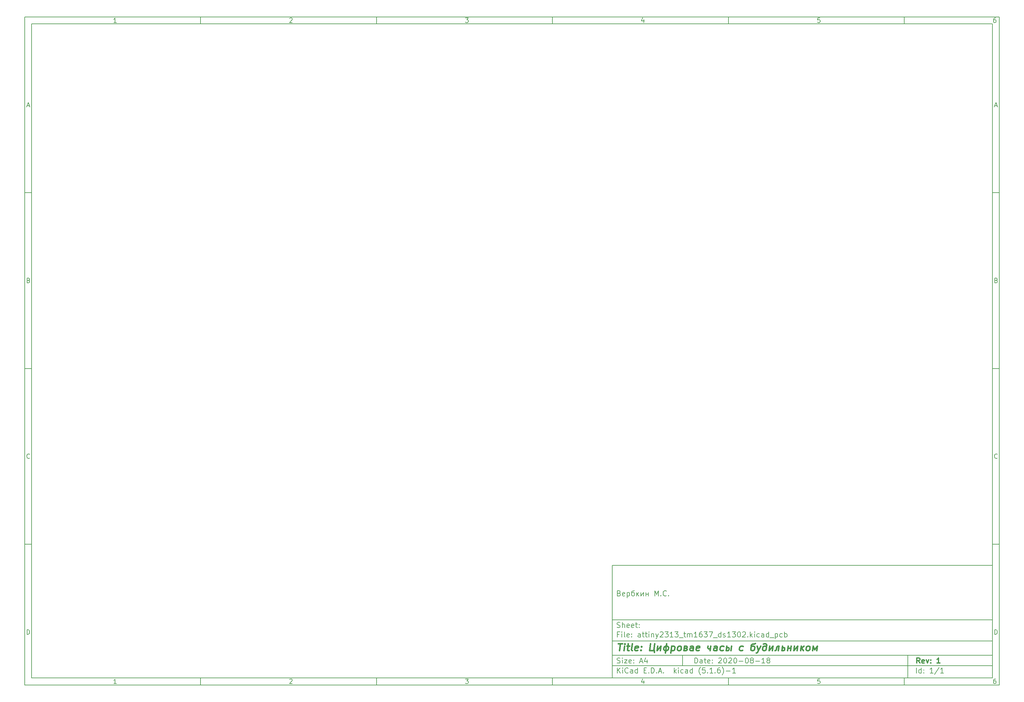
<source format=gbo>
%TF.GenerationSoftware,KiCad,Pcbnew,(5.1.6)-1*%
%TF.CreationDate,2020-10-12T23:34:44+05:00*%
%TF.ProjectId,attiny2313_tm1637_ds1302,61747469-6e79-4323-9331-335f746d3136,1*%
%TF.SameCoordinates,Original*%
%TF.FileFunction,Legend,Bot*%
%TF.FilePolarity,Positive*%
%FSLAX46Y46*%
G04 Gerber Fmt 4.6, Leading zero omitted, Abs format (unit mm)*
G04 Created by KiCad (PCBNEW (5.1.6)-1) date 2020-10-12 23:34:44*
%MOMM*%
%LPD*%
G01*
G04 APERTURE LIST*
%ADD10C,0.100000*%
%ADD11C,0.150000*%
%ADD12C,0.300000*%
%ADD13C,0.400000*%
G04 APERTURE END LIST*
D10*
D11*
X177002200Y-166007200D02*
X177002200Y-198007200D01*
X285002200Y-198007200D01*
X285002200Y-166007200D01*
X177002200Y-166007200D01*
D10*
D11*
X10000000Y-10000000D02*
X10000000Y-200007200D01*
X287002200Y-200007200D01*
X287002200Y-10000000D01*
X10000000Y-10000000D01*
D10*
D11*
X12000000Y-12000000D02*
X12000000Y-198007200D01*
X285002200Y-198007200D01*
X285002200Y-12000000D01*
X12000000Y-12000000D01*
D10*
D11*
X60000000Y-12000000D02*
X60000000Y-10000000D01*
D10*
D11*
X110000000Y-12000000D02*
X110000000Y-10000000D01*
D10*
D11*
X160000000Y-12000000D02*
X160000000Y-10000000D01*
D10*
D11*
X210000000Y-12000000D02*
X210000000Y-10000000D01*
D10*
D11*
X260000000Y-12000000D02*
X260000000Y-10000000D01*
D10*
D11*
X36065476Y-11588095D02*
X35322619Y-11588095D01*
X35694047Y-11588095D02*
X35694047Y-10288095D01*
X35570238Y-10473809D01*
X35446428Y-10597619D01*
X35322619Y-10659523D01*
D10*
D11*
X85322619Y-10411904D02*
X85384523Y-10350000D01*
X85508333Y-10288095D01*
X85817857Y-10288095D01*
X85941666Y-10350000D01*
X86003571Y-10411904D01*
X86065476Y-10535714D01*
X86065476Y-10659523D01*
X86003571Y-10845238D01*
X85260714Y-11588095D01*
X86065476Y-11588095D01*
D10*
D11*
X135260714Y-10288095D02*
X136065476Y-10288095D01*
X135632142Y-10783333D01*
X135817857Y-10783333D01*
X135941666Y-10845238D01*
X136003571Y-10907142D01*
X136065476Y-11030952D01*
X136065476Y-11340476D01*
X136003571Y-11464285D01*
X135941666Y-11526190D01*
X135817857Y-11588095D01*
X135446428Y-11588095D01*
X135322619Y-11526190D01*
X135260714Y-11464285D01*
D10*
D11*
X185941666Y-10721428D02*
X185941666Y-11588095D01*
X185632142Y-10226190D02*
X185322619Y-11154761D01*
X186127380Y-11154761D01*
D10*
D11*
X236003571Y-10288095D02*
X235384523Y-10288095D01*
X235322619Y-10907142D01*
X235384523Y-10845238D01*
X235508333Y-10783333D01*
X235817857Y-10783333D01*
X235941666Y-10845238D01*
X236003571Y-10907142D01*
X236065476Y-11030952D01*
X236065476Y-11340476D01*
X236003571Y-11464285D01*
X235941666Y-11526190D01*
X235817857Y-11588095D01*
X235508333Y-11588095D01*
X235384523Y-11526190D01*
X235322619Y-11464285D01*
D10*
D11*
X285941666Y-10288095D02*
X285694047Y-10288095D01*
X285570238Y-10350000D01*
X285508333Y-10411904D01*
X285384523Y-10597619D01*
X285322619Y-10845238D01*
X285322619Y-11340476D01*
X285384523Y-11464285D01*
X285446428Y-11526190D01*
X285570238Y-11588095D01*
X285817857Y-11588095D01*
X285941666Y-11526190D01*
X286003571Y-11464285D01*
X286065476Y-11340476D01*
X286065476Y-11030952D01*
X286003571Y-10907142D01*
X285941666Y-10845238D01*
X285817857Y-10783333D01*
X285570238Y-10783333D01*
X285446428Y-10845238D01*
X285384523Y-10907142D01*
X285322619Y-11030952D01*
D10*
D11*
X60000000Y-198007200D02*
X60000000Y-200007200D01*
D10*
D11*
X110000000Y-198007200D02*
X110000000Y-200007200D01*
D10*
D11*
X160000000Y-198007200D02*
X160000000Y-200007200D01*
D10*
D11*
X210000000Y-198007200D02*
X210000000Y-200007200D01*
D10*
D11*
X260000000Y-198007200D02*
X260000000Y-200007200D01*
D10*
D11*
X36065476Y-199595295D02*
X35322619Y-199595295D01*
X35694047Y-199595295D02*
X35694047Y-198295295D01*
X35570238Y-198481009D01*
X35446428Y-198604819D01*
X35322619Y-198666723D01*
D10*
D11*
X85322619Y-198419104D02*
X85384523Y-198357200D01*
X85508333Y-198295295D01*
X85817857Y-198295295D01*
X85941666Y-198357200D01*
X86003571Y-198419104D01*
X86065476Y-198542914D01*
X86065476Y-198666723D01*
X86003571Y-198852438D01*
X85260714Y-199595295D01*
X86065476Y-199595295D01*
D10*
D11*
X135260714Y-198295295D02*
X136065476Y-198295295D01*
X135632142Y-198790533D01*
X135817857Y-198790533D01*
X135941666Y-198852438D01*
X136003571Y-198914342D01*
X136065476Y-199038152D01*
X136065476Y-199347676D01*
X136003571Y-199471485D01*
X135941666Y-199533390D01*
X135817857Y-199595295D01*
X135446428Y-199595295D01*
X135322619Y-199533390D01*
X135260714Y-199471485D01*
D10*
D11*
X185941666Y-198728628D02*
X185941666Y-199595295D01*
X185632142Y-198233390D02*
X185322619Y-199161961D01*
X186127380Y-199161961D01*
D10*
D11*
X236003571Y-198295295D02*
X235384523Y-198295295D01*
X235322619Y-198914342D01*
X235384523Y-198852438D01*
X235508333Y-198790533D01*
X235817857Y-198790533D01*
X235941666Y-198852438D01*
X236003571Y-198914342D01*
X236065476Y-199038152D01*
X236065476Y-199347676D01*
X236003571Y-199471485D01*
X235941666Y-199533390D01*
X235817857Y-199595295D01*
X235508333Y-199595295D01*
X235384523Y-199533390D01*
X235322619Y-199471485D01*
D10*
D11*
X285941666Y-198295295D02*
X285694047Y-198295295D01*
X285570238Y-198357200D01*
X285508333Y-198419104D01*
X285384523Y-198604819D01*
X285322619Y-198852438D01*
X285322619Y-199347676D01*
X285384523Y-199471485D01*
X285446428Y-199533390D01*
X285570238Y-199595295D01*
X285817857Y-199595295D01*
X285941666Y-199533390D01*
X286003571Y-199471485D01*
X286065476Y-199347676D01*
X286065476Y-199038152D01*
X286003571Y-198914342D01*
X285941666Y-198852438D01*
X285817857Y-198790533D01*
X285570238Y-198790533D01*
X285446428Y-198852438D01*
X285384523Y-198914342D01*
X285322619Y-199038152D01*
D10*
D11*
X10000000Y-60000000D02*
X12000000Y-60000000D01*
D10*
D11*
X10000000Y-110000000D02*
X12000000Y-110000000D01*
D10*
D11*
X10000000Y-160000000D02*
X12000000Y-160000000D01*
D10*
D11*
X10690476Y-35216666D02*
X11309523Y-35216666D01*
X10566666Y-35588095D02*
X11000000Y-34288095D01*
X11433333Y-35588095D01*
D10*
D11*
X11092857Y-84907142D02*
X11278571Y-84969047D01*
X11340476Y-85030952D01*
X11402380Y-85154761D01*
X11402380Y-85340476D01*
X11340476Y-85464285D01*
X11278571Y-85526190D01*
X11154761Y-85588095D01*
X10659523Y-85588095D01*
X10659523Y-84288095D01*
X11092857Y-84288095D01*
X11216666Y-84350000D01*
X11278571Y-84411904D01*
X11340476Y-84535714D01*
X11340476Y-84659523D01*
X11278571Y-84783333D01*
X11216666Y-84845238D01*
X11092857Y-84907142D01*
X10659523Y-84907142D01*
D10*
D11*
X11402380Y-135464285D02*
X11340476Y-135526190D01*
X11154761Y-135588095D01*
X11030952Y-135588095D01*
X10845238Y-135526190D01*
X10721428Y-135402380D01*
X10659523Y-135278571D01*
X10597619Y-135030952D01*
X10597619Y-134845238D01*
X10659523Y-134597619D01*
X10721428Y-134473809D01*
X10845238Y-134350000D01*
X11030952Y-134288095D01*
X11154761Y-134288095D01*
X11340476Y-134350000D01*
X11402380Y-134411904D01*
D10*
D11*
X10659523Y-185588095D02*
X10659523Y-184288095D01*
X10969047Y-184288095D01*
X11154761Y-184350000D01*
X11278571Y-184473809D01*
X11340476Y-184597619D01*
X11402380Y-184845238D01*
X11402380Y-185030952D01*
X11340476Y-185278571D01*
X11278571Y-185402380D01*
X11154761Y-185526190D01*
X10969047Y-185588095D01*
X10659523Y-185588095D01*
D10*
D11*
X287002200Y-60000000D02*
X285002200Y-60000000D01*
D10*
D11*
X287002200Y-110000000D02*
X285002200Y-110000000D01*
D10*
D11*
X287002200Y-160000000D02*
X285002200Y-160000000D01*
D10*
D11*
X285692676Y-35216666D02*
X286311723Y-35216666D01*
X285568866Y-35588095D02*
X286002200Y-34288095D01*
X286435533Y-35588095D01*
D10*
D11*
X286095057Y-84907142D02*
X286280771Y-84969047D01*
X286342676Y-85030952D01*
X286404580Y-85154761D01*
X286404580Y-85340476D01*
X286342676Y-85464285D01*
X286280771Y-85526190D01*
X286156961Y-85588095D01*
X285661723Y-85588095D01*
X285661723Y-84288095D01*
X286095057Y-84288095D01*
X286218866Y-84350000D01*
X286280771Y-84411904D01*
X286342676Y-84535714D01*
X286342676Y-84659523D01*
X286280771Y-84783333D01*
X286218866Y-84845238D01*
X286095057Y-84907142D01*
X285661723Y-84907142D01*
D10*
D11*
X286404580Y-135464285D02*
X286342676Y-135526190D01*
X286156961Y-135588095D01*
X286033152Y-135588095D01*
X285847438Y-135526190D01*
X285723628Y-135402380D01*
X285661723Y-135278571D01*
X285599819Y-135030952D01*
X285599819Y-134845238D01*
X285661723Y-134597619D01*
X285723628Y-134473809D01*
X285847438Y-134350000D01*
X286033152Y-134288095D01*
X286156961Y-134288095D01*
X286342676Y-134350000D01*
X286404580Y-134411904D01*
D10*
D11*
X285661723Y-185588095D02*
X285661723Y-184288095D01*
X285971247Y-184288095D01*
X286156961Y-184350000D01*
X286280771Y-184473809D01*
X286342676Y-184597619D01*
X286404580Y-184845238D01*
X286404580Y-185030952D01*
X286342676Y-185278571D01*
X286280771Y-185402380D01*
X286156961Y-185526190D01*
X285971247Y-185588095D01*
X285661723Y-185588095D01*
D10*
D11*
X200434342Y-193785771D02*
X200434342Y-192285771D01*
X200791485Y-192285771D01*
X201005771Y-192357200D01*
X201148628Y-192500057D01*
X201220057Y-192642914D01*
X201291485Y-192928628D01*
X201291485Y-193142914D01*
X201220057Y-193428628D01*
X201148628Y-193571485D01*
X201005771Y-193714342D01*
X200791485Y-193785771D01*
X200434342Y-193785771D01*
X202577200Y-193785771D02*
X202577200Y-193000057D01*
X202505771Y-192857200D01*
X202362914Y-192785771D01*
X202077200Y-192785771D01*
X201934342Y-192857200D01*
X202577200Y-193714342D02*
X202434342Y-193785771D01*
X202077200Y-193785771D01*
X201934342Y-193714342D01*
X201862914Y-193571485D01*
X201862914Y-193428628D01*
X201934342Y-193285771D01*
X202077200Y-193214342D01*
X202434342Y-193214342D01*
X202577200Y-193142914D01*
X203077200Y-192785771D02*
X203648628Y-192785771D01*
X203291485Y-192285771D02*
X203291485Y-193571485D01*
X203362914Y-193714342D01*
X203505771Y-193785771D01*
X203648628Y-193785771D01*
X204720057Y-193714342D02*
X204577200Y-193785771D01*
X204291485Y-193785771D01*
X204148628Y-193714342D01*
X204077200Y-193571485D01*
X204077200Y-193000057D01*
X204148628Y-192857200D01*
X204291485Y-192785771D01*
X204577200Y-192785771D01*
X204720057Y-192857200D01*
X204791485Y-193000057D01*
X204791485Y-193142914D01*
X204077200Y-193285771D01*
X205434342Y-193642914D02*
X205505771Y-193714342D01*
X205434342Y-193785771D01*
X205362914Y-193714342D01*
X205434342Y-193642914D01*
X205434342Y-193785771D01*
X205434342Y-192857200D02*
X205505771Y-192928628D01*
X205434342Y-193000057D01*
X205362914Y-192928628D01*
X205434342Y-192857200D01*
X205434342Y-193000057D01*
X207220057Y-192428628D02*
X207291485Y-192357200D01*
X207434342Y-192285771D01*
X207791485Y-192285771D01*
X207934342Y-192357200D01*
X208005771Y-192428628D01*
X208077200Y-192571485D01*
X208077200Y-192714342D01*
X208005771Y-192928628D01*
X207148628Y-193785771D01*
X208077200Y-193785771D01*
X209005771Y-192285771D02*
X209148628Y-192285771D01*
X209291485Y-192357200D01*
X209362914Y-192428628D01*
X209434342Y-192571485D01*
X209505771Y-192857200D01*
X209505771Y-193214342D01*
X209434342Y-193500057D01*
X209362914Y-193642914D01*
X209291485Y-193714342D01*
X209148628Y-193785771D01*
X209005771Y-193785771D01*
X208862914Y-193714342D01*
X208791485Y-193642914D01*
X208720057Y-193500057D01*
X208648628Y-193214342D01*
X208648628Y-192857200D01*
X208720057Y-192571485D01*
X208791485Y-192428628D01*
X208862914Y-192357200D01*
X209005771Y-192285771D01*
X210077200Y-192428628D02*
X210148628Y-192357200D01*
X210291485Y-192285771D01*
X210648628Y-192285771D01*
X210791485Y-192357200D01*
X210862914Y-192428628D01*
X210934342Y-192571485D01*
X210934342Y-192714342D01*
X210862914Y-192928628D01*
X210005771Y-193785771D01*
X210934342Y-193785771D01*
X211862914Y-192285771D02*
X212005771Y-192285771D01*
X212148628Y-192357200D01*
X212220057Y-192428628D01*
X212291485Y-192571485D01*
X212362914Y-192857200D01*
X212362914Y-193214342D01*
X212291485Y-193500057D01*
X212220057Y-193642914D01*
X212148628Y-193714342D01*
X212005771Y-193785771D01*
X211862914Y-193785771D01*
X211720057Y-193714342D01*
X211648628Y-193642914D01*
X211577200Y-193500057D01*
X211505771Y-193214342D01*
X211505771Y-192857200D01*
X211577200Y-192571485D01*
X211648628Y-192428628D01*
X211720057Y-192357200D01*
X211862914Y-192285771D01*
X213005771Y-193214342D02*
X214148628Y-193214342D01*
X215148628Y-192285771D02*
X215291485Y-192285771D01*
X215434342Y-192357200D01*
X215505771Y-192428628D01*
X215577200Y-192571485D01*
X215648628Y-192857200D01*
X215648628Y-193214342D01*
X215577200Y-193500057D01*
X215505771Y-193642914D01*
X215434342Y-193714342D01*
X215291485Y-193785771D01*
X215148628Y-193785771D01*
X215005771Y-193714342D01*
X214934342Y-193642914D01*
X214862914Y-193500057D01*
X214791485Y-193214342D01*
X214791485Y-192857200D01*
X214862914Y-192571485D01*
X214934342Y-192428628D01*
X215005771Y-192357200D01*
X215148628Y-192285771D01*
X216505771Y-192928628D02*
X216362914Y-192857200D01*
X216291485Y-192785771D01*
X216220057Y-192642914D01*
X216220057Y-192571485D01*
X216291485Y-192428628D01*
X216362914Y-192357200D01*
X216505771Y-192285771D01*
X216791485Y-192285771D01*
X216934342Y-192357200D01*
X217005771Y-192428628D01*
X217077200Y-192571485D01*
X217077200Y-192642914D01*
X217005771Y-192785771D01*
X216934342Y-192857200D01*
X216791485Y-192928628D01*
X216505771Y-192928628D01*
X216362914Y-193000057D01*
X216291485Y-193071485D01*
X216220057Y-193214342D01*
X216220057Y-193500057D01*
X216291485Y-193642914D01*
X216362914Y-193714342D01*
X216505771Y-193785771D01*
X216791485Y-193785771D01*
X216934342Y-193714342D01*
X217005771Y-193642914D01*
X217077200Y-193500057D01*
X217077200Y-193214342D01*
X217005771Y-193071485D01*
X216934342Y-193000057D01*
X216791485Y-192928628D01*
X217720057Y-193214342D02*
X218862914Y-193214342D01*
X220362914Y-193785771D02*
X219505771Y-193785771D01*
X219934342Y-193785771D02*
X219934342Y-192285771D01*
X219791485Y-192500057D01*
X219648628Y-192642914D01*
X219505771Y-192714342D01*
X221220057Y-192928628D02*
X221077200Y-192857200D01*
X221005771Y-192785771D01*
X220934342Y-192642914D01*
X220934342Y-192571485D01*
X221005771Y-192428628D01*
X221077200Y-192357200D01*
X221220057Y-192285771D01*
X221505771Y-192285771D01*
X221648628Y-192357200D01*
X221720057Y-192428628D01*
X221791485Y-192571485D01*
X221791485Y-192642914D01*
X221720057Y-192785771D01*
X221648628Y-192857200D01*
X221505771Y-192928628D01*
X221220057Y-192928628D01*
X221077200Y-193000057D01*
X221005771Y-193071485D01*
X220934342Y-193214342D01*
X220934342Y-193500057D01*
X221005771Y-193642914D01*
X221077200Y-193714342D01*
X221220057Y-193785771D01*
X221505771Y-193785771D01*
X221648628Y-193714342D01*
X221720057Y-193642914D01*
X221791485Y-193500057D01*
X221791485Y-193214342D01*
X221720057Y-193071485D01*
X221648628Y-193000057D01*
X221505771Y-192928628D01*
D10*
D11*
X177002200Y-194507200D02*
X285002200Y-194507200D01*
D10*
D11*
X178434342Y-196585771D02*
X178434342Y-195085771D01*
X179291485Y-196585771D02*
X178648628Y-195728628D01*
X179291485Y-195085771D02*
X178434342Y-195942914D01*
X179934342Y-196585771D02*
X179934342Y-195585771D01*
X179934342Y-195085771D02*
X179862914Y-195157200D01*
X179934342Y-195228628D01*
X180005771Y-195157200D01*
X179934342Y-195085771D01*
X179934342Y-195228628D01*
X181505771Y-196442914D02*
X181434342Y-196514342D01*
X181220057Y-196585771D01*
X181077200Y-196585771D01*
X180862914Y-196514342D01*
X180720057Y-196371485D01*
X180648628Y-196228628D01*
X180577200Y-195942914D01*
X180577200Y-195728628D01*
X180648628Y-195442914D01*
X180720057Y-195300057D01*
X180862914Y-195157200D01*
X181077200Y-195085771D01*
X181220057Y-195085771D01*
X181434342Y-195157200D01*
X181505771Y-195228628D01*
X182791485Y-196585771D02*
X182791485Y-195800057D01*
X182720057Y-195657200D01*
X182577200Y-195585771D01*
X182291485Y-195585771D01*
X182148628Y-195657200D01*
X182791485Y-196514342D02*
X182648628Y-196585771D01*
X182291485Y-196585771D01*
X182148628Y-196514342D01*
X182077200Y-196371485D01*
X182077200Y-196228628D01*
X182148628Y-196085771D01*
X182291485Y-196014342D01*
X182648628Y-196014342D01*
X182791485Y-195942914D01*
X184148628Y-196585771D02*
X184148628Y-195085771D01*
X184148628Y-196514342D02*
X184005771Y-196585771D01*
X183720057Y-196585771D01*
X183577200Y-196514342D01*
X183505771Y-196442914D01*
X183434342Y-196300057D01*
X183434342Y-195871485D01*
X183505771Y-195728628D01*
X183577200Y-195657200D01*
X183720057Y-195585771D01*
X184005771Y-195585771D01*
X184148628Y-195657200D01*
X186005771Y-195800057D02*
X186505771Y-195800057D01*
X186720057Y-196585771D02*
X186005771Y-196585771D01*
X186005771Y-195085771D01*
X186720057Y-195085771D01*
X187362914Y-196442914D02*
X187434342Y-196514342D01*
X187362914Y-196585771D01*
X187291485Y-196514342D01*
X187362914Y-196442914D01*
X187362914Y-196585771D01*
X188077200Y-196585771D02*
X188077200Y-195085771D01*
X188434342Y-195085771D01*
X188648628Y-195157200D01*
X188791485Y-195300057D01*
X188862914Y-195442914D01*
X188934342Y-195728628D01*
X188934342Y-195942914D01*
X188862914Y-196228628D01*
X188791485Y-196371485D01*
X188648628Y-196514342D01*
X188434342Y-196585771D01*
X188077200Y-196585771D01*
X189577200Y-196442914D02*
X189648628Y-196514342D01*
X189577200Y-196585771D01*
X189505771Y-196514342D01*
X189577200Y-196442914D01*
X189577200Y-196585771D01*
X190220057Y-196157200D02*
X190934342Y-196157200D01*
X190077200Y-196585771D02*
X190577200Y-195085771D01*
X191077200Y-196585771D01*
X191577200Y-196442914D02*
X191648628Y-196514342D01*
X191577200Y-196585771D01*
X191505771Y-196514342D01*
X191577200Y-196442914D01*
X191577200Y-196585771D01*
X194577200Y-196585771D02*
X194577200Y-195085771D01*
X194720057Y-196014342D02*
X195148628Y-196585771D01*
X195148628Y-195585771D02*
X194577200Y-196157200D01*
X195791485Y-196585771D02*
X195791485Y-195585771D01*
X195791485Y-195085771D02*
X195720057Y-195157200D01*
X195791485Y-195228628D01*
X195862914Y-195157200D01*
X195791485Y-195085771D01*
X195791485Y-195228628D01*
X197148628Y-196514342D02*
X197005771Y-196585771D01*
X196720057Y-196585771D01*
X196577200Y-196514342D01*
X196505771Y-196442914D01*
X196434342Y-196300057D01*
X196434342Y-195871485D01*
X196505771Y-195728628D01*
X196577200Y-195657200D01*
X196720057Y-195585771D01*
X197005771Y-195585771D01*
X197148628Y-195657200D01*
X198434342Y-196585771D02*
X198434342Y-195800057D01*
X198362914Y-195657200D01*
X198220057Y-195585771D01*
X197934342Y-195585771D01*
X197791485Y-195657200D01*
X198434342Y-196514342D02*
X198291485Y-196585771D01*
X197934342Y-196585771D01*
X197791485Y-196514342D01*
X197720057Y-196371485D01*
X197720057Y-196228628D01*
X197791485Y-196085771D01*
X197934342Y-196014342D01*
X198291485Y-196014342D01*
X198434342Y-195942914D01*
X199791485Y-196585771D02*
X199791485Y-195085771D01*
X199791485Y-196514342D02*
X199648628Y-196585771D01*
X199362914Y-196585771D01*
X199220057Y-196514342D01*
X199148628Y-196442914D01*
X199077200Y-196300057D01*
X199077200Y-195871485D01*
X199148628Y-195728628D01*
X199220057Y-195657200D01*
X199362914Y-195585771D01*
X199648628Y-195585771D01*
X199791485Y-195657200D01*
X202077200Y-197157200D02*
X202005771Y-197085771D01*
X201862914Y-196871485D01*
X201791485Y-196728628D01*
X201720057Y-196514342D01*
X201648628Y-196157200D01*
X201648628Y-195871485D01*
X201720057Y-195514342D01*
X201791485Y-195300057D01*
X201862914Y-195157200D01*
X202005771Y-194942914D01*
X202077200Y-194871485D01*
X203362914Y-195085771D02*
X202648628Y-195085771D01*
X202577200Y-195800057D01*
X202648628Y-195728628D01*
X202791485Y-195657200D01*
X203148628Y-195657200D01*
X203291485Y-195728628D01*
X203362914Y-195800057D01*
X203434342Y-195942914D01*
X203434342Y-196300057D01*
X203362914Y-196442914D01*
X203291485Y-196514342D01*
X203148628Y-196585771D01*
X202791485Y-196585771D01*
X202648628Y-196514342D01*
X202577200Y-196442914D01*
X204077200Y-196442914D02*
X204148628Y-196514342D01*
X204077200Y-196585771D01*
X204005771Y-196514342D01*
X204077200Y-196442914D01*
X204077200Y-196585771D01*
X205577200Y-196585771D02*
X204720057Y-196585771D01*
X205148628Y-196585771D02*
X205148628Y-195085771D01*
X205005771Y-195300057D01*
X204862914Y-195442914D01*
X204720057Y-195514342D01*
X206220057Y-196442914D02*
X206291485Y-196514342D01*
X206220057Y-196585771D01*
X206148628Y-196514342D01*
X206220057Y-196442914D01*
X206220057Y-196585771D01*
X207577200Y-195085771D02*
X207291485Y-195085771D01*
X207148628Y-195157200D01*
X207077200Y-195228628D01*
X206934342Y-195442914D01*
X206862914Y-195728628D01*
X206862914Y-196300057D01*
X206934342Y-196442914D01*
X207005771Y-196514342D01*
X207148628Y-196585771D01*
X207434342Y-196585771D01*
X207577200Y-196514342D01*
X207648628Y-196442914D01*
X207720057Y-196300057D01*
X207720057Y-195942914D01*
X207648628Y-195800057D01*
X207577200Y-195728628D01*
X207434342Y-195657200D01*
X207148628Y-195657200D01*
X207005771Y-195728628D01*
X206934342Y-195800057D01*
X206862914Y-195942914D01*
X208220057Y-197157200D02*
X208291485Y-197085771D01*
X208434342Y-196871485D01*
X208505771Y-196728628D01*
X208577200Y-196514342D01*
X208648628Y-196157200D01*
X208648628Y-195871485D01*
X208577200Y-195514342D01*
X208505771Y-195300057D01*
X208434342Y-195157200D01*
X208291485Y-194942914D01*
X208220057Y-194871485D01*
X209362914Y-196014342D02*
X210505771Y-196014342D01*
X212005771Y-196585771D02*
X211148628Y-196585771D01*
X211577200Y-196585771D02*
X211577200Y-195085771D01*
X211434342Y-195300057D01*
X211291485Y-195442914D01*
X211148628Y-195514342D01*
D10*
D11*
X177002200Y-191507200D02*
X285002200Y-191507200D01*
D10*
D12*
X264411485Y-193785771D02*
X263911485Y-193071485D01*
X263554342Y-193785771D02*
X263554342Y-192285771D01*
X264125771Y-192285771D01*
X264268628Y-192357200D01*
X264340057Y-192428628D01*
X264411485Y-192571485D01*
X264411485Y-192785771D01*
X264340057Y-192928628D01*
X264268628Y-193000057D01*
X264125771Y-193071485D01*
X263554342Y-193071485D01*
X265625771Y-193714342D02*
X265482914Y-193785771D01*
X265197200Y-193785771D01*
X265054342Y-193714342D01*
X264982914Y-193571485D01*
X264982914Y-193000057D01*
X265054342Y-192857200D01*
X265197200Y-192785771D01*
X265482914Y-192785771D01*
X265625771Y-192857200D01*
X265697200Y-193000057D01*
X265697200Y-193142914D01*
X264982914Y-193285771D01*
X266197200Y-192785771D02*
X266554342Y-193785771D01*
X266911485Y-192785771D01*
X267482914Y-193642914D02*
X267554342Y-193714342D01*
X267482914Y-193785771D01*
X267411485Y-193714342D01*
X267482914Y-193642914D01*
X267482914Y-193785771D01*
X267482914Y-192857200D02*
X267554342Y-192928628D01*
X267482914Y-193000057D01*
X267411485Y-192928628D01*
X267482914Y-192857200D01*
X267482914Y-193000057D01*
X270125771Y-193785771D02*
X269268628Y-193785771D01*
X269697200Y-193785771D02*
X269697200Y-192285771D01*
X269554342Y-192500057D01*
X269411485Y-192642914D01*
X269268628Y-192714342D01*
D10*
D11*
X178362914Y-193714342D02*
X178577200Y-193785771D01*
X178934342Y-193785771D01*
X179077200Y-193714342D01*
X179148628Y-193642914D01*
X179220057Y-193500057D01*
X179220057Y-193357200D01*
X179148628Y-193214342D01*
X179077200Y-193142914D01*
X178934342Y-193071485D01*
X178648628Y-193000057D01*
X178505771Y-192928628D01*
X178434342Y-192857200D01*
X178362914Y-192714342D01*
X178362914Y-192571485D01*
X178434342Y-192428628D01*
X178505771Y-192357200D01*
X178648628Y-192285771D01*
X179005771Y-192285771D01*
X179220057Y-192357200D01*
X179862914Y-193785771D02*
X179862914Y-192785771D01*
X179862914Y-192285771D02*
X179791485Y-192357200D01*
X179862914Y-192428628D01*
X179934342Y-192357200D01*
X179862914Y-192285771D01*
X179862914Y-192428628D01*
X180434342Y-192785771D02*
X181220057Y-192785771D01*
X180434342Y-193785771D01*
X181220057Y-193785771D01*
X182362914Y-193714342D02*
X182220057Y-193785771D01*
X181934342Y-193785771D01*
X181791485Y-193714342D01*
X181720057Y-193571485D01*
X181720057Y-193000057D01*
X181791485Y-192857200D01*
X181934342Y-192785771D01*
X182220057Y-192785771D01*
X182362914Y-192857200D01*
X182434342Y-193000057D01*
X182434342Y-193142914D01*
X181720057Y-193285771D01*
X183077200Y-193642914D02*
X183148628Y-193714342D01*
X183077200Y-193785771D01*
X183005771Y-193714342D01*
X183077200Y-193642914D01*
X183077200Y-193785771D01*
X183077200Y-192857200D02*
X183148628Y-192928628D01*
X183077200Y-193000057D01*
X183005771Y-192928628D01*
X183077200Y-192857200D01*
X183077200Y-193000057D01*
X184862914Y-193357200D02*
X185577200Y-193357200D01*
X184720057Y-193785771D02*
X185220057Y-192285771D01*
X185720057Y-193785771D01*
X186862914Y-192785771D02*
X186862914Y-193785771D01*
X186505771Y-192214342D02*
X186148628Y-193285771D01*
X187077200Y-193285771D01*
D10*
D11*
X263434342Y-196585771D02*
X263434342Y-195085771D01*
X264791485Y-196585771D02*
X264791485Y-195085771D01*
X264791485Y-196514342D02*
X264648628Y-196585771D01*
X264362914Y-196585771D01*
X264220057Y-196514342D01*
X264148628Y-196442914D01*
X264077200Y-196300057D01*
X264077200Y-195871485D01*
X264148628Y-195728628D01*
X264220057Y-195657200D01*
X264362914Y-195585771D01*
X264648628Y-195585771D01*
X264791485Y-195657200D01*
X265505771Y-196442914D02*
X265577200Y-196514342D01*
X265505771Y-196585771D01*
X265434342Y-196514342D01*
X265505771Y-196442914D01*
X265505771Y-196585771D01*
X265505771Y-195657200D02*
X265577200Y-195728628D01*
X265505771Y-195800057D01*
X265434342Y-195728628D01*
X265505771Y-195657200D01*
X265505771Y-195800057D01*
X268148628Y-196585771D02*
X267291485Y-196585771D01*
X267720057Y-196585771D02*
X267720057Y-195085771D01*
X267577200Y-195300057D01*
X267434342Y-195442914D01*
X267291485Y-195514342D01*
X269862914Y-195014342D02*
X268577200Y-196942914D01*
X271148628Y-196585771D02*
X270291485Y-196585771D01*
X270720057Y-196585771D02*
X270720057Y-195085771D01*
X270577200Y-195300057D01*
X270434342Y-195442914D01*
X270291485Y-195514342D01*
D10*
D11*
X177002200Y-187507200D02*
X285002200Y-187507200D01*
D10*
D13*
X178714580Y-188211961D02*
X179857438Y-188211961D01*
X179036009Y-190211961D02*
X179286009Y-188211961D01*
X180274104Y-190211961D02*
X180440771Y-188878628D01*
X180524104Y-188211961D02*
X180416961Y-188307200D01*
X180500295Y-188402438D01*
X180607438Y-188307200D01*
X180524104Y-188211961D01*
X180500295Y-188402438D01*
X181107438Y-188878628D02*
X181869342Y-188878628D01*
X181476485Y-188211961D02*
X181262200Y-189926247D01*
X181333628Y-190116723D01*
X181512200Y-190211961D01*
X181702676Y-190211961D01*
X182655057Y-190211961D02*
X182476485Y-190116723D01*
X182405057Y-189926247D01*
X182619342Y-188211961D01*
X184190771Y-190116723D02*
X183988390Y-190211961D01*
X183607438Y-190211961D01*
X183428866Y-190116723D01*
X183357438Y-189926247D01*
X183452676Y-189164342D01*
X183571723Y-188973866D01*
X183774104Y-188878628D01*
X184155057Y-188878628D01*
X184333628Y-188973866D01*
X184405057Y-189164342D01*
X184381247Y-189354819D01*
X183405057Y-189545295D01*
X185155057Y-190021485D02*
X185238390Y-190116723D01*
X185131247Y-190211961D01*
X185047914Y-190116723D01*
X185155057Y-190021485D01*
X185131247Y-190211961D01*
X185286009Y-188973866D02*
X185369342Y-189069104D01*
X185262200Y-189164342D01*
X185178866Y-189069104D01*
X185286009Y-188973866D01*
X185262200Y-189164342D01*
X189000295Y-188211961D02*
X188750295Y-190211961D01*
X187857438Y-188211961D02*
X187607438Y-190211961D01*
X188940771Y-190211961D01*
X188881247Y-190688152D01*
X189869342Y-188878628D02*
X189702676Y-190211961D01*
X190821723Y-188878628D01*
X190655057Y-190211961D01*
X192428866Y-188211961D02*
X192095533Y-190878628D01*
X192155057Y-188878628D02*
X192536009Y-188878628D01*
X192714580Y-188973866D01*
X192881247Y-189164342D01*
X192952676Y-189354819D01*
X192905057Y-189735771D01*
X192786009Y-189926247D01*
X192571723Y-190116723D01*
X192369342Y-190211961D01*
X191988390Y-190211961D01*
X191809819Y-190116723D01*
X191643152Y-189926247D01*
X191571723Y-189735771D01*
X191619342Y-189354819D01*
X191738390Y-189164342D01*
X191952676Y-188973866D01*
X192155057Y-188878628D01*
X193869342Y-188878628D02*
X193619342Y-190878628D01*
X193857438Y-188973866D02*
X194059819Y-188878628D01*
X194440771Y-188878628D01*
X194619342Y-188973866D01*
X194702676Y-189069104D01*
X194774104Y-189259580D01*
X194702676Y-189831009D01*
X194583628Y-190021485D01*
X194476485Y-190116723D01*
X194274104Y-190211961D01*
X193893152Y-190211961D01*
X193714580Y-190116723D01*
X195797914Y-190211961D02*
X195619342Y-190116723D01*
X195536009Y-190021485D01*
X195464580Y-189831009D01*
X195536009Y-189259580D01*
X195655057Y-189069104D01*
X195762200Y-188973866D01*
X195964580Y-188878628D01*
X196250295Y-188878628D01*
X196428866Y-188973866D01*
X196512200Y-189069104D01*
X196583628Y-189259580D01*
X196512200Y-189831009D01*
X196393152Y-190021485D01*
X196286009Y-190116723D01*
X196083628Y-190211961D01*
X195797914Y-190211961D01*
X197881247Y-189545295D02*
X198155057Y-189640533D01*
X198226485Y-189831009D01*
X198214580Y-189926247D01*
X198095533Y-190116723D01*
X197893152Y-190211961D01*
X197321723Y-190211961D01*
X197488390Y-188878628D01*
X197964580Y-188878628D01*
X198143152Y-188973866D01*
X198214580Y-189164342D01*
X198202676Y-189259580D01*
X198083628Y-189450057D01*
X197881247Y-189545295D01*
X197405057Y-189545295D01*
X199893152Y-190211961D02*
X200024104Y-189164342D01*
X199952676Y-188973866D01*
X199774104Y-188878628D01*
X199393152Y-188878628D01*
X199190771Y-188973866D01*
X199905057Y-190116723D02*
X199702676Y-190211961D01*
X199226485Y-190211961D01*
X199047914Y-190116723D01*
X198976485Y-189926247D01*
X199000295Y-189735771D01*
X199119342Y-189545295D01*
X199321723Y-189450057D01*
X199797914Y-189450057D01*
X200000295Y-189354819D01*
X201619342Y-190116723D02*
X201416961Y-190211961D01*
X201036009Y-190211961D01*
X200857438Y-190116723D01*
X200786009Y-189926247D01*
X200881247Y-189164342D01*
X201000295Y-188973866D01*
X201202676Y-188878628D01*
X201583628Y-188878628D01*
X201762200Y-188973866D01*
X201833628Y-189164342D01*
X201809819Y-189354819D01*
X200833628Y-189545295D01*
X204916961Y-188878628D02*
X204750295Y-190211961D01*
X204155057Y-188878628D02*
X204095533Y-189354819D01*
X204166961Y-189545295D01*
X204345533Y-189640533D01*
X204821723Y-189640533D01*
X206655057Y-190211961D02*
X206786009Y-189164342D01*
X206714580Y-188973866D01*
X206536009Y-188878628D01*
X206155057Y-188878628D01*
X205952676Y-188973866D01*
X206666961Y-190116723D02*
X206464580Y-190211961D01*
X205988390Y-190211961D01*
X205809819Y-190116723D01*
X205738390Y-189926247D01*
X205762200Y-189735771D01*
X205881247Y-189545295D01*
X206083628Y-189450057D01*
X206559819Y-189450057D01*
X206762200Y-189354819D01*
X208476485Y-190116723D02*
X208274104Y-190211961D01*
X207893152Y-190211961D01*
X207714580Y-190116723D01*
X207631247Y-190021485D01*
X207559819Y-189831009D01*
X207631247Y-189259580D01*
X207750295Y-189069104D01*
X207857438Y-188973866D01*
X208059819Y-188878628D01*
X208440771Y-188878628D01*
X208619342Y-188973866D01*
X210821723Y-188878628D02*
X210655057Y-190211961D01*
X209488390Y-188878628D02*
X209321723Y-190211961D01*
X209797914Y-190211961D01*
X210000295Y-190116723D01*
X210119342Y-189926247D01*
X210155057Y-189640533D01*
X210083628Y-189450057D01*
X209905057Y-189354819D01*
X209428866Y-189354819D01*
X214000295Y-190116723D02*
X213797914Y-190211961D01*
X213416961Y-190211961D01*
X213238390Y-190116723D01*
X213155057Y-190021485D01*
X213083628Y-189831009D01*
X213155057Y-189259580D01*
X213274104Y-189069104D01*
X213381247Y-188973866D01*
X213583628Y-188878628D01*
X213964580Y-188878628D01*
X214143152Y-188973866D01*
X217583628Y-188116723D02*
X217476485Y-188211961D01*
X217274104Y-188307200D01*
X216893152Y-188307200D01*
X216690771Y-188402438D01*
X216583628Y-188497676D01*
X216464580Y-188688152D01*
X216321723Y-189831009D01*
X216393152Y-190021485D01*
X216476485Y-190116723D01*
X216655057Y-190211961D01*
X216940771Y-190211961D01*
X217143152Y-190116723D01*
X217250295Y-190021485D01*
X217369342Y-189831009D01*
X217440771Y-189259580D01*
X217369342Y-189069104D01*
X217286009Y-188973866D01*
X217107438Y-188878628D01*
X216726485Y-188878628D01*
X216524104Y-188973866D01*
X216416961Y-189069104D01*
X218155057Y-188878628D02*
X218464580Y-190211961D01*
X219107438Y-188878628D02*
X218464580Y-190211961D01*
X218214580Y-190688152D01*
X218107438Y-190783390D01*
X217905057Y-190878628D01*
X220797914Y-189069104D02*
X220714580Y-188973866D01*
X220536009Y-188878628D01*
X220155057Y-188878628D01*
X219952676Y-188973866D01*
X219845533Y-189069104D01*
X219726485Y-189259580D01*
X219655057Y-189831009D01*
X219726485Y-190021485D01*
X219809819Y-190116723D01*
X219988390Y-190211961D01*
X220274104Y-190211961D01*
X220476485Y-190116723D01*
X220583628Y-190021485D01*
X220702676Y-189831009D01*
X220857438Y-188592914D01*
X220786009Y-188402438D01*
X220702676Y-188307200D01*
X220524104Y-188211961D01*
X220143152Y-188211961D01*
X219940771Y-188307200D01*
X221678866Y-188878628D02*
X221512200Y-190211961D01*
X222631247Y-188878628D01*
X222464580Y-190211961D01*
X224178866Y-190211961D02*
X224345533Y-188878628D01*
X224059819Y-188878628D01*
X223857438Y-188973866D01*
X223738390Y-189164342D01*
X223547914Y-189926247D01*
X223428866Y-190116723D01*
X223226485Y-190211961D01*
X225297914Y-188878628D02*
X225131247Y-190211961D01*
X225607438Y-190211961D01*
X225809819Y-190116723D01*
X225928866Y-189926247D01*
X225964580Y-189640533D01*
X225893152Y-189450057D01*
X225714580Y-189354819D01*
X225238390Y-189354819D01*
X226833628Y-189545295D02*
X227690771Y-189545295D01*
X226916961Y-188878628D02*
X226750295Y-190211961D01*
X227774104Y-188878628D02*
X227607438Y-190211961D01*
X228726485Y-188878628D02*
X228559819Y-190211961D01*
X229678866Y-188878628D01*
X229512199Y-190211961D01*
X230631247Y-188878628D02*
X230464580Y-190211961D01*
X230750295Y-189450057D02*
X231226485Y-190211961D01*
X231393152Y-188878628D02*
X230536009Y-189640533D01*
X232369342Y-190211961D02*
X232190771Y-190116723D01*
X232107438Y-190021485D01*
X232036009Y-189831009D01*
X232107438Y-189259580D01*
X232226485Y-189069104D01*
X232333628Y-188973866D01*
X232536009Y-188878628D01*
X232821723Y-188878628D01*
X233000295Y-188973866D01*
X233083628Y-189069104D01*
X233155057Y-189259580D01*
X233083628Y-189831009D01*
X232964580Y-190021485D01*
X232857438Y-190116723D01*
X232655057Y-190211961D01*
X232369342Y-190211961D01*
X233893152Y-190211961D02*
X234059819Y-188878628D01*
X234500295Y-189926247D01*
X235202676Y-188878628D01*
X235036009Y-190211961D01*
D10*
D11*
X178934342Y-185600057D02*
X178434342Y-185600057D01*
X178434342Y-186385771D02*
X178434342Y-184885771D01*
X179148628Y-184885771D01*
X179720057Y-186385771D02*
X179720057Y-185385771D01*
X179720057Y-184885771D02*
X179648628Y-184957200D01*
X179720057Y-185028628D01*
X179791485Y-184957200D01*
X179720057Y-184885771D01*
X179720057Y-185028628D01*
X180648628Y-186385771D02*
X180505771Y-186314342D01*
X180434342Y-186171485D01*
X180434342Y-184885771D01*
X181791485Y-186314342D02*
X181648628Y-186385771D01*
X181362914Y-186385771D01*
X181220057Y-186314342D01*
X181148628Y-186171485D01*
X181148628Y-185600057D01*
X181220057Y-185457200D01*
X181362914Y-185385771D01*
X181648628Y-185385771D01*
X181791485Y-185457200D01*
X181862914Y-185600057D01*
X181862914Y-185742914D01*
X181148628Y-185885771D01*
X182505771Y-186242914D02*
X182577200Y-186314342D01*
X182505771Y-186385771D01*
X182434342Y-186314342D01*
X182505771Y-186242914D01*
X182505771Y-186385771D01*
X182505771Y-185457200D02*
X182577200Y-185528628D01*
X182505771Y-185600057D01*
X182434342Y-185528628D01*
X182505771Y-185457200D01*
X182505771Y-185600057D01*
X185005771Y-186385771D02*
X185005771Y-185600057D01*
X184934342Y-185457200D01*
X184791485Y-185385771D01*
X184505771Y-185385771D01*
X184362914Y-185457200D01*
X185005771Y-186314342D02*
X184862914Y-186385771D01*
X184505771Y-186385771D01*
X184362914Y-186314342D01*
X184291485Y-186171485D01*
X184291485Y-186028628D01*
X184362914Y-185885771D01*
X184505771Y-185814342D01*
X184862914Y-185814342D01*
X185005771Y-185742914D01*
X185505771Y-185385771D02*
X186077200Y-185385771D01*
X185720057Y-184885771D02*
X185720057Y-186171485D01*
X185791485Y-186314342D01*
X185934342Y-186385771D01*
X186077200Y-186385771D01*
X186362914Y-185385771D02*
X186934342Y-185385771D01*
X186577200Y-184885771D02*
X186577200Y-186171485D01*
X186648628Y-186314342D01*
X186791485Y-186385771D01*
X186934342Y-186385771D01*
X187434342Y-186385771D02*
X187434342Y-185385771D01*
X187434342Y-184885771D02*
X187362914Y-184957200D01*
X187434342Y-185028628D01*
X187505771Y-184957200D01*
X187434342Y-184885771D01*
X187434342Y-185028628D01*
X188148628Y-185385771D02*
X188148628Y-186385771D01*
X188148628Y-185528628D02*
X188220057Y-185457200D01*
X188362914Y-185385771D01*
X188577200Y-185385771D01*
X188720057Y-185457200D01*
X188791485Y-185600057D01*
X188791485Y-186385771D01*
X189362914Y-185385771D02*
X189720057Y-186385771D01*
X190077200Y-185385771D02*
X189720057Y-186385771D01*
X189577200Y-186742914D01*
X189505771Y-186814342D01*
X189362914Y-186885771D01*
X190577200Y-185028628D02*
X190648628Y-184957200D01*
X190791485Y-184885771D01*
X191148628Y-184885771D01*
X191291485Y-184957200D01*
X191362914Y-185028628D01*
X191434342Y-185171485D01*
X191434342Y-185314342D01*
X191362914Y-185528628D01*
X190505771Y-186385771D01*
X191434342Y-186385771D01*
X191934342Y-184885771D02*
X192862914Y-184885771D01*
X192362914Y-185457200D01*
X192577200Y-185457200D01*
X192720057Y-185528628D01*
X192791485Y-185600057D01*
X192862914Y-185742914D01*
X192862914Y-186100057D01*
X192791485Y-186242914D01*
X192720057Y-186314342D01*
X192577200Y-186385771D01*
X192148628Y-186385771D01*
X192005771Y-186314342D01*
X191934342Y-186242914D01*
X194291485Y-186385771D02*
X193434342Y-186385771D01*
X193862914Y-186385771D02*
X193862914Y-184885771D01*
X193720057Y-185100057D01*
X193577200Y-185242914D01*
X193434342Y-185314342D01*
X194791485Y-184885771D02*
X195720057Y-184885771D01*
X195220057Y-185457200D01*
X195434342Y-185457200D01*
X195577200Y-185528628D01*
X195648628Y-185600057D01*
X195720057Y-185742914D01*
X195720057Y-186100057D01*
X195648628Y-186242914D01*
X195577200Y-186314342D01*
X195434342Y-186385771D01*
X195005771Y-186385771D01*
X194862914Y-186314342D01*
X194791485Y-186242914D01*
X196005771Y-186528628D02*
X197148628Y-186528628D01*
X197291485Y-185385771D02*
X197862914Y-185385771D01*
X197505771Y-184885771D02*
X197505771Y-186171485D01*
X197577200Y-186314342D01*
X197720057Y-186385771D01*
X197862914Y-186385771D01*
X198362914Y-186385771D02*
X198362914Y-185385771D01*
X198362914Y-185528628D02*
X198434342Y-185457200D01*
X198577200Y-185385771D01*
X198791485Y-185385771D01*
X198934342Y-185457200D01*
X199005771Y-185600057D01*
X199005771Y-186385771D01*
X199005771Y-185600057D02*
X199077200Y-185457200D01*
X199220057Y-185385771D01*
X199434342Y-185385771D01*
X199577200Y-185457200D01*
X199648628Y-185600057D01*
X199648628Y-186385771D01*
X201148628Y-186385771D02*
X200291485Y-186385771D01*
X200720057Y-186385771D02*
X200720057Y-184885771D01*
X200577200Y-185100057D01*
X200434342Y-185242914D01*
X200291485Y-185314342D01*
X202434342Y-184885771D02*
X202148628Y-184885771D01*
X202005771Y-184957200D01*
X201934342Y-185028628D01*
X201791485Y-185242914D01*
X201720057Y-185528628D01*
X201720057Y-186100057D01*
X201791485Y-186242914D01*
X201862914Y-186314342D01*
X202005771Y-186385771D01*
X202291485Y-186385771D01*
X202434342Y-186314342D01*
X202505771Y-186242914D01*
X202577200Y-186100057D01*
X202577200Y-185742914D01*
X202505771Y-185600057D01*
X202434342Y-185528628D01*
X202291485Y-185457200D01*
X202005771Y-185457200D01*
X201862914Y-185528628D01*
X201791485Y-185600057D01*
X201720057Y-185742914D01*
X203077200Y-184885771D02*
X204005771Y-184885771D01*
X203505771Y-185457200D01*
X203720057Y-185457200D01*
X203862914Y-185528628D01*
X203934342Y-185600057D01*
X204005771Y-185742914D01*
X204005771Y-186100057D01*
X203934342Y-186242914D01*
X203862914Y-186314342D01*
X203720057Y-186385771D01*
X203291485Y-186385771D01*
X203148628Y-186314342D01*
X203077200Y-186242914D01*
X204505771Y-184885771D02*
X205505771Y-184885771D01*
X204862914Y-186385771D01*
X205720057Y-186528628D02*
X206862914Y-186528628D01*
X207862914Y-186385771D02*
X207862914Y-184885771D01*
X207862914Y-186314342D02*
X207720057Y-186385771D01*
X207434342Y-186385771D01*
X207291485Y-186314342D01*
X207220057Y-186242914D01*
X207148628Y-186100057D01*
X207148628Y-185671485D01*
X207220057Y-185528628D01*
X207291485Y-185457200D01*
X207434342Y-185385771D01*
X207720057Y-185385771D01*
X207862914Y-185457200D01*
X208505771Y-186314342D02*
X208648628Y-186385771D01*
X208934342Y-186385771D01*
X209077200Y-186314342D01*
X209148628Y-186171485D01*
X209148628Y-186100057D01*
X209077200Y-185957200D01*
X208934342Y-185885771D01*
X208720057Y-185885771D01*
X208577200Y-185814342D01*
X208505771Y-185671485D01*
X208505771Y-185600057D01*
X208577200Y-185457200D01*
X208720057Y-185385771D01*
X208934342Y-185385771D01*
X209077200Y-185457200D01*
X210577200Y-186385771D02*
X209720057Y-186385771D01*
X210148628Y-186385771D02*
X210148628Y-184885771D01*
X210005771Y-185100057D01*
X209862914Y-185242914D01*
X209720057Y-185314342D01*
X211077200Y-184885771D02*
X212005771Y-184885771D01*
X211505771Y-185457200D01*
X211720057Y-185457200D01*
X211862914Y-185528628D01*
X211934342Y-185600057D01*
X212005771Y-185742914D01*
X212005771Y-186100057D01*
X211934342Y-186242914D01*
X211862914Y-186314342D01*
X211720057Y-186385771D01*
X211291485Y-186385771D01*
X211148628Y-186314342D01*
X211077200Y-186242914D01*
X212934342Y-184885771D02*
X213077200Y-184885771D01*
X213220057Y-184957200D01*
X213291485Y-185028628D01*
X213362914Y-185171485D01*
X213434342Y-185457200D01*
X213434342Y-185814342D01*
X213362914Y-186100057D01*
X213291485Y-186242914D01*
X213220057Y-186314342D01*
X213077200Y-186385771D01*
X212934342Y-186385771D01*
X212791485Y-186314342D01*
X212720057Y-186242914D01*
X212648628Y-186100057D01*
X212577200Y-185814342D01*
X212577200Y-185457200D01*
X212648628Y-185171485D01*
X212720057Y-185028628D01*
X212791485Y-184957200D01*
X212934342Y-184885771D01*
X214005771Y-185028628D02*
X214077200Y-184957200D01*
X214220057Y-184885771D01*
X214577200Y-184885771D01*
X214720057Y-184957200D01*
X214791485Y-185028628D01*
X214862914Y-185171485D01*
X214862914Y-185314342D01*
X214791485Y-185528628D01*
X213934342Y-186385771D01*
X214862914Y-186385771D01*
X215505771Y-186242914D02*
X215577200Y-186314342D01*
X215505771Y-186385771D01*
X215434342Y-186314342D01*
X215505771Y-186242914D01*
X215505771Y-186385771D01*
X216220057Y-186385771D02*
X216220057Y-184885771D01*
X216362914Y-185814342D02*
X216791485Y-186385771D01*
X216791485Y-185385771D02*
X216220057Y-185957200D01*
X217434342Y-186385771D02*
X217434342Y-185385771D01*
X217434342Y-184885771D02*
X217362914Y-184957200D01*
X217434342Y-185028628D01*
X217505771Y-184957200D01*
X217434342Y-184885771D01*
X217434342Y-185028628D01*
X218791485Y-186314342D02*
X218648628Y-186385771D01*
X218362914Y-186385771D01*
X218220057Y-186314342D01*
X218148628Y-186242914D01*
X218077200Y-186100057D01*
X218077200Y-185671485D01*
X218148628Y-185528628D01*
X218220057Y-185457200D01*
X218362914Y-185385771D01*
X218648628Y-185385771D01*
X218791485Y-185457200D01*
X220077200Y-186385771D02*
X220077200Y-185600057D01*
X220005771Y-185457200D01*
X219862914Y-185385771D01*
X219577200Y-185385771D01*
X219434342Y-185457200D01*
X220077200Y-186314342D02*
X219934342Y-186385771D01*
X219577200Y-186385771D01*
X219434342Y-186314342D01*
X219362914Y-186171485D01*
X219362914Y-186028628D01*
X219434342Y-185885771D01*
X219577200Y-185814342D01*
X219934342Y-185814342D01*
X220077200Y-185742914D01*
X221434342Y-186385771D02*
X221434342Y-184885771D01*
X221434342Y-186314342D02*
X221291485Y-186385771D01*
X221005771Y-186385771D01*
X220862914Y-186314342D01*
X220791485Y-186242914D01*
X220720057Y-186100057D01*
X220720057Y-185671485D01*
X220791485Y-185528628D01*
X220862914Y-185457200D01*
X221005771Y-185385771D01*
X221291485Y-185385771D01*
X221434342Y-185457200D01*
X221791485Y-186528628D02*
X222934342Y-186528628D01*
X223291485Y-185385771D02*
X223291485Y-186885771D01*
X223291485Y-185457200D02*
X223434342Y-185385771D01*
X223720057Y-185385771D01*
X223862914Y-185457200D01*
X223934342Y-185528628D01*
X224005771Y-185671485D01*
X224005771Y-186100057D01*
X223934342Y-186242914D01*
X223862914Y-186314342D01*
X223720057Y-186385771D01*
X223434342Y-186385771D01*
X223291485Y-186314342D01*
X225291485Y-186314342D02*
X225148628Y-186385771D01*
X224862914Y-186385771D01*
X224720057Y-186314342D01*
X224648628Y-186242914D01*
X224577200Y-186100057D01*
X224577200Y-185671485D01*
X224648628Y-185528628D01*
X224720057Y-185457200D01*
X224862914Y-185385771D01*
X225148628Y-185385771D01*
X225291485Y-185457200D01*
X225934342Y-186385771D02*
X225934342Y-184885771D01*
X225934342Y-185457200D02*
X226077200Y-185385771D01*
X226362914Y-185385771D01*
X226505771Y-185457200D01*
X226577200Y-185528628D01*
X226648628Y-185671485D01*
X226648628Y-186100057D01*
X226577200Y-186242914D01*
X226505771Y-186314342D01*
X226362914Y-186385771D01*
X226077200Y-186385771D01*
X225934342Y-186314342D01*
D10*
D11*
X177002200Y-181507200D02*
X285002200Y-181507200D01*
D10*
D11*
X178362914Y-183614342D02*
X178577200Y-183685771D01*
X178934342Y-183685771D01*
X179077200Y-183614342D01*
X179148628Y-183542914D01*
X179220057Y-183400057D01*
X179220057Y-183257200D01*
X179148628Y-183114342D01*
X179077200Y-183042914D01*
X178934342Y-182971485D01*
X178648628Y-182900057D01*
X178505771Y-182828628D01*
X178434342Y-182757200D01*
X178362914Y-182614342D01*
X178362914Y-182471485D01*
X178434342Y-182328628D01*
X178505771Y-182257200D01*
X178648628Y-182185771D01*
X179005771Y-182185771D01*
X179220057Y-182257200D01*
X179862914Y-183685771D02*
X179862914Y-182185771D01*
X180505771Y-183685771D02*
X180505771Y-182900057D01*
X180434342Y-182757200D01*
X180291485Y-182685771D01*
X180077200Y-182685771D01*
X179934342Y-182757200D01*
X179862914Y-182828628D01*
X181791485Y-183614342D02*
X181648628Y-183685771D01*
X181362914Y-183685771D01*
X181220057Y-183614342D01*
X181148628Y-183471485D01*
X181148628Y-182900057D01*
X181220057Y-182757200D01*
X181362914Y-182685771D01*
X181648628Y-182685771D01*
X181791485Y-182757200D01*
X181862914Y-182900057D01*
X181862914Y-183042914D01*
X181148628Y-183185771D01*
X183077200Y-183614342D02*
X182934342Y-183685771D01*
X182648628Y-183685771D01*
X182505771Y-183614342D01*
X182434342Y-183471485D01*
X182434342Y-182900057D01*
X182505771Y-182757200D01*
X182648628Y-182685771D01*
X182934342Y-182685771D01*
X183077200Y-182757200D01*
X183148628Y-182900057D01*
X183148628Y-183042914D01*
X182434342Y-183185771D01*
X183577200Y-182685771D02*
X184148628Y-182685771D01*
X183791485Y-182185771D02*
X183791485Y-183471485D01*
X183862914Y-183614342D01*
X184005771Y-183685771D01*
X184148628Y-183685771D01*
X184648628Y-183542914D02*
X184720057Y-183614342D01*
X184648628Y-183685771D01*
X184577200Y-183614342D01*
X184648628Y-183542914D01*
X184648628Y-183685771D01*
X184648628Y-182757200D02*
X184720057Y-182828628D01*
X184648628Y-182900057D01*
X184577200Y-182828628D01*
X184648628Y-182757200D01*
X184648628Y-182900057D01*
D10*
D11*
X178934342Y-173900057D02*
X179148628Y-173971485D01*
X179220057Y-174042914D01*
X179291485Y-174185771D01*
X179291485Y-174400057D01*
X179220057Y-174542914D01*
X179148628Y-174614342D01*
X179005771Y-174685771D01*
X178434342Y-174685771D01*
X178434342Y-173185771D01*
X178934342Y-173185771D01*
X179077200Y-173257200D01*
X179148628Y-173328628D01*
X179220057Y-173471485D01*
X179220057Y-173614342D01*
X179148628Y-173757200D01*
X179077200Y-173828628D01*
X178934342Y-173900057D01*
X178434342Y-173900057D01*
X180505771Y-174614342D02*
X180362914Y-174685771D01*
X180077200Y-174685771D01*
X179934342Y-174614342D01*
X179862914Y-174471485D01*
X179862914Y-173900057D01*
X179934342Y-173757200D01*
X180077200Y-173685771D01*
X180362914Y-173685771D01*
X180505771Y-173757200D01*
X180577200Y-173900057D01*
X180577200Y-174042914D01*
X179862914Y-174185771D01*
X181220057Y-173685771D02*
X181220057Y-175185771D01*
X181220057Y-173757200D02*
X181362914Y-173685771D01*
X181648628Y-173685771D01*
X181791485Y-173757200D01*
X181862914Y-173828628D01*
X181934342Y-173971485D01*
X181934342Y-174400057D01*
X181862914Y-174542914D01*
X181791485Y-174614342D01*
X181648628Y-174685771D01*
X181362914Y-174685771D01*
X181220057Y-174614342D01*
X183291485Y-173114342D02*
X183220057Y-173185771D01*
X183077200Y-173257200D01*
X182791485Y-173257200D01*
X182648628Y-173328628D01*
X182577200Y-173400057D01*
X182505771Y-173542914D01*
X182505771Y-174400057D01*
X182577200Y-174542914D01*
X182648628Y-174614342D01*
X182791485Y-174685771D01*
X183005771Y-174685771D01*
X183148628Y-174614342D01*
X183220057Y-174542914D01*
X183291485Y-174400057D01*
X183291485Y-173971485D01*
X183220057Y-173828628D01*
X183148628Y-173757200D01*
X183005771Y-173685771D01*
X182720057Y-173685771D01*
X182577200Y-173757200D01*
X182505771Y-173828628D01*
X183934342Y-173685771D02*
X183934342Y-174685771D01*
X184077200Y-174114342D02*
X184505771Y-174685771D01*
X184505771Y-173685771D02*
X183934342Y-174257200D01*
X185148628Y-173685771D02*
X185148628Y-174685771D01*
X185862914Y-173685771D01*
X185862914Y-174685771D01*
X186577200Y-174185771D02*
X187220057Y-174185771D01*
X186577200Y-173685771D02*
X186577200Y-174685771D01*
X187220057Y-173685771D02*
X187220057Y-174685771D01*
X189077200Y-174685771D02*
X189077200Y-173185771D01*
X189577200Y-174257200D01*
X190077200Y-173185771D01*
X190077200Y-174685771D01*
X190791485Y-174542914D02*
X190862914Y-174614342D01*
X190791485Y-174685771D01*
X190720057Y-174614342D01*
X190791485Y-174542914D01*
X190791485Y-174685771D01*
X192362914Y-174542914D02*
X192291485Y-174614342D01*
X192077200Y-174685771D01*
X191934342Y-174685771D01*
X191720057Y-174614342D01*
X191577200Y-174471485D01*
X191505771Y-174328628D01*
X191434342Y-174042914D01*
X191434342Y-173828628D01*
X191505771Y-173542914D01*
X191577200Y-173400057D01*
X191720057Y-173257200D01*
X191934342Y-173185771D01*
X192077200Y-173185771D01*
X192291485Y-173257200D01*
X192362914Y-173328628D01*
X193005771Y-174542914D02*
X193077200Y-174614342D01*
X193005771Y-174685771D01*
X192934342Y-174614342D01*
X193005771Y-174542914D01*
X193005771Y-174685771D01*
D10*
D11*
X197002200Y-191507200D02*
X197002200Y-194507200D01*
D10*
D11*
X261002200Y-191507200D02*
X261002200Y-198007200D01*
M02*

</source>
